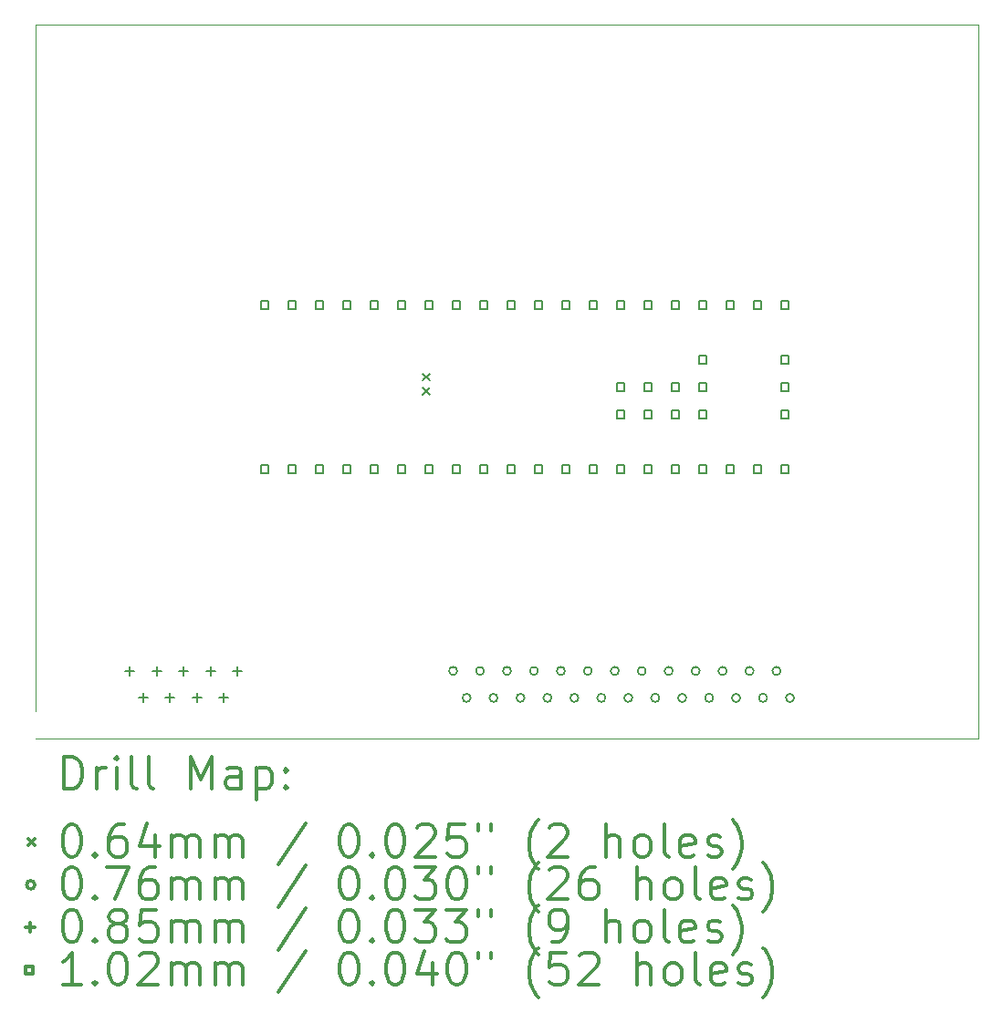
<source format=gbr>
%FSLAX45Y45*%
G04 Gerber Fmt 4.5, Leading zero omitted, Abs format (unit mm)*
G04 Created by KiCad (PCBNEW 4.0.2-4+6225~38~ubuntu14.04.1-stable) date lun 02 mag 2016 10:30:50 CEST*
%MOMM*%
G01*
G04 APERTURE LIST*
%ADD10C,0.127000*%
%ADD11C,0.100000*%
%ADD12C,0.200000*%
%ADD13C,0.300000*%
G04 APERTURE END LIST*
D10*
D11*
X18750000Y-12875000D02*
X10000000Y-12875000D01*
X18750000Y-6250000D02*
X10000000Y-6250000D01*
X18750000Y-12875000D02*
X18750000Y-6250000D01*
X10000000Y-6250000D02*
X10000000Y-12625000D01*
D12*
X13591850Y-9489810D02*
X13655350Y-9553310D01*
X13655350Y-9489810D02*
X13591850Y-9553310D01*
X13591850Y-9621890D02*
X13655350Y-9685390D01*
X13655350Y-9621890D02*
X13591850Y-9685390D01*
X13913100Y-12250000D02*
G75*
G03X13913100Y-12250000I-38100J0D01*
G01*
X14038100Y-12500000D02*
G75*
G03X14038100Y-12500000I-38100J0D01*
G01*
X14163100Y-12250000D02*
G75*
G03X14163100Y-12250000I-38100J0D01*
G01*
X14288100Y-12500000D02*
G75*
G03X14288100Y-12500000I-38100J0D01*
G01*
X14413100Y-12250000D02*
G75*
G03X14413100Y-12250000I-38100J0D01*
G01*
X14538100Y-12500000D02*
G75*
G03X14538100Y-12500000I-38100J0D01*
G01*
X14663100Y-12250000D02*
G75*
G03X14663100Y-12250000I-38100J0D01*
G01*
X14788100Y-12500000D02*
G75*
G03X14788100Y-12500000I-38100J0D01*
G01*
X14913100Y-12250000D02*
G75*
G03X14913100Y-12250000I-38100J0D01*
G01*
X15038100Y-12500000D02*
G75*
G03X15038100Y-12500000I-38100J0D01*
G01*
X15163100Y-12250000D02*
G75*
G03X15163100Y-12250000I-38100J0D01*
G01*
X15288100Y-12500000D02*
G75*
G03X15288100Y-12500000I-38100J0D01*
G01*
X15413100Y-12250000D02*
G75*
G03X15413100Y-12250000I-38100J0D01*
G01*
X15538100Y-12500000D02*
G75*
G03X15538100Y-12500000I-38100J0D01*
G01*
X15663100Y-12250000D02*
G75*
G03X15663100Y-12250000I-38100J0D01*
G01*
X15788100Y-12500000D02*
G75*
G03X15788100Y-12500000I-38100J0D01*
G01*
X15913100Y-12250000D02*
G75*
G03X15913100Y-12250000I-38100J0D01*
G01*
X16038100Y-12500000D02*
G75*
G03X16038100Y-12500000I-38100J0D01*
G01*
X16163100Y-12250000D02*
G75*
G03X16163100Y-12250000I-38100J0D01*
G01*
X16288100Y-12500000D02*
G75*
G03X16288100Y-12500000I-38100J0D01*
G01*
X16413100Y-12250000D02*
G75*
G03X16413100Y-12250000I-38100J0D01*
G01*
X16538100Y-12500000D02*
G75*
G03X16538100Y-12500000I-38100J0D01*
G01*
X16663100Y-12250000D02*
G75*
G03X16663100Y-12250000I-38100J0D01*
G01*
X16788100Y-12500000D02*
G75*
G03X16788100Y-12500000I-38100J0D01*
G01*
X16913100Y-12250000D02*
G75*
G03X16913100Y-12250000I-38100J0D01*
G01*
X17038100Y-12500000D02*
G75*
G03X17038100Y-12500000I-38100J0D01*
G01*
X10875000Y-12207500D02*
X10875000Y-12292500D01*
X10832500Y-12250000D02*
X10917500Y-12250000D01*
X11000000Y-12457500D02*
X11000000Y-12542500D01*
X10957500Y-12500000D02*
X11042500Y-12500000D01*
X11125000Y-12207500D02*
X11125000Y-12292500D01*
X11082500Y-12250000D02*
X11167500Y-12250000D01*
X11250000Y-12457500D02*
X11250000Y-12542500D01*
X11207500Y-12500000D02*
X11292500Y-12500000D01*
X11375000Y-12207500D02*
X11375000Y-12292500D01*
X11332500Y-12250000D02*
X11417500Y-12250000D01*
X11500000Y-12457500D02*
X11500000Y-12542500D01*
X11457500Y-12500000D02*
X11542500Y-12500000D01*
X11625000Y-12207500D02*
X11625000Y-12292500D01*
X11582500Y-12250000D02*
X11667500Y-12250000D01*
X11750000Y-12457500D02*
X11750000Y-12542500D01*
X11707500Y-12500000D02*
X11792500Y-12500000D01*
X11875000Y-12207500D02*
X11875000Y-12292500D01*
X11832500Y-12250000D02*
X11917500Y-12250000D01*
X12160921Y-8886921D02*
X12160921Y-8815079D01*
X12089079Y-8815079D01*
X12089079Y-8886921D01*
X12160921Y-8886921D01*
X12160921Y-10410921D02*
X12160921Y-10339079D01*
X12089079Y-10339079D01*
X12089079Y-10410921D01*
X12160921Y-10410921D01*
X12414921Y-8886921D02*
X12414921Y-8815079D01*
X12343079Y-8815079D01*
X12343079Y-8886921D01*
X12414921Y-8886921D01*
X12414921Y-10410921D02*
X12414921Y-10339079D01*
X12343079Y-10339079D01*
X12343079Y-10410921D01*
X12414921Y-10410921D01*
X12668921Y-8886921D02*
X12668921Y-8815079D01*
X12597079Y-8815079D01*
X12597079Y-8886921D01*
X12668921Y-8886921D01*
X12668921Y-10410921D02*
X12668921Y-10339079D01*
X12597079Y-10339079D01*
X12597079Y-10410921D01*
X12668921Y-10410921D01*
X12922921Y-8886921D02*
X12922921Y-8815079D01*
X12851079Y-8815079D01*
X12851079Y-8886921D01*
X12922921Y-8886921D01*
X12922921Y-10410921D02*
X12922921Y-10339079D01*
X12851079Y-10339079D01*
X12851079Y-10410921D01*
X12922921Y-10410921D01*
X13176921Y-8886921D02*
X13176921Y-8815079D01*
X13105079Y-8815079D01*
X13105079Y-8886921D01*
X13176921Y-8886921D01*
X13176921Y-10410921D02*
X13176921Y-10339079D01*
X13105079Y-10339079D01*
X13105079Y-10410921D01*
X13176921Y-10410921D01*
X13430921Y-8886921D02*
X13430921Y-8815079D01*
X13359079Y-8815079D01*
X13359079Y-8886921D01*
X13430921Y-8886921D01*
X13430921Y-10410921D02*
X13430921Y-10339079D01*
X13359079Y-10339079D01*
X13359079Y-10410921D01*
X13430921Y-10410921D01*
X13684921Y-8886921D02*
X13684921Y-8815079D01*
X13613079Y-8815079D01*
X13613079Y-8886921D01*
X13684921Y-8886921D01*
X13684921Y-10410921D02*
X13684921Y-10339079D01*
X13613079Y-10339079D01*
X13613079Y-10410921D01*
X13684921Y-10410921D01*
X13938921Y-8886921D02*
X13938921Y-8815079D01*
X13867079Y-8815079D01*
X13867079Y-8886921D01*
X13938921Y-8886921D01*
X13938921Y-10410921D02*
X13938921Y-10339079D01*
X13867079Y-10339079D01*
X13867079Y-10410921D01*
X13938921Y-10410921D01*
X14192921Y-8886921D02*
X14192921Y-8815079D01*
X14121079Y-8815079D01*
X14121079Y-8886921D01*
X14192921Y-8886921D01*
X14192921Y-10410921D02*
X14192921Y-10339079D01*
X14121079Y-10339079D01*
X14121079Y-10410921D01*
X14192921Y-10410921D01*
X14446921Y-8886921D02*
X14446921Y-8815079D01*
X14375079Y-8815079D01*
X14375079Y-8886921D01*
X14446921Y-8886921D01*
X14446921Y-10410921D02*
X14446921Y-10339079D01*
X14375079Y-10339079D01*
X14375079Y-10410921D01*
X14446921Y-10410921D01*
X14700921Y-8886921D02*
X14700921Y-8815079D01*
X14629079Y-8815079D01*
X14629079Y-8886921D01*
X14700921Y-8886921D01*
X14700921Y-10410921D02*
X14700921Y-10339079D01*
X14629079Y-10339079D01*
X14629079Y-10410921D01*
X14700921Y-10410921D01*
X14954921Y-8886921D02*
X14954921Y-8815079D01*
X14883079Y-8815079D01*
X14883079Y-8886921D01*
X14954921Y-8886921D01*
X14954921Y-10410921D02*
X14954921Y-10339079D01*
X14883079Y-10339079D01*
X14883079Y-10410921D01*
X14954921Y-10410921D01*
X15208921Y-8886921D02*
X15208921Y-8815079D01*
X15137079Y-8815079D01*
X15137079Y-8886921D01*
X15208921Y-8886921D01*
X15208921Y-10410921D02*
X15208921Y-10339079D01*
X15137079Y-10339079D01*
X15137079Y-10410921D01*
X15208921Y-10410921D01*
X15462921Y-8886921D02*
X15462921Y-8815079D01*
X15391079Y-8815079D01*
X15391079Y-8886921D01*
X15462921Y-8886921D01*
X15462921Y-9648921D02*
X15462921Y-9577079D01*
X15391079Y-9577079D01*
X15391079Y-9648921D01*
X15462921Y-9648921D01*
X15462921Y-9902921D02*
X15462921Y-9831079D01*
X15391079Y-9831079D01*
X15391079Y-9902921D01*
X15462921Y-9902921D01*
X15462921Y-10410921D02*
X15462921Y-10339079D01*
X15391079Y-10339079D01*
X15391079Y-10410921D01*
X15462921Y-10410921D01*
X15716921Y-8886921D02*
X15716921Y-8815079D01*
X15645079Y-8815079D01*
X15645079Y-8886921D01*
X15716921Y-8886921D01*
X15716921Y-9648921D02*
X15716921Y-9577079D01*
X15645079Y-9577079D01*
X15645079Y-9648921D01*
X15716921Y-9648921D01*
X15716921Y-9902921D02*
X15716921Y-9831079D01*
X15645079Y-9831079D01*
X15645079Y-9902921D01*
X15716921Y-9902921D01*
X15716921Y-10410921D02*
X15716921Y-10339079D01*
X15645079Y-10339079D01*
X15645079Y-10410921D01*
X15716921Y-10410921D01*
X15970921Y-8886921D02*
X15970921Y-8815079D01*
X15899079Y-8815079D01*
X15899079Y-8886921D01*
X15970921Y-8886921D01*
X15970921Y-9648921D02*
X15970921Y-9577079D01*
X15899079Y-9577079D01*
X15899079Y-9648921D01*
X15970921Y-9648921D01*
X15970921Y-9902921D02*
X15970921Y-9831079D01*
X15899079Y-9831079D01*
X15899079Y-9902921D01*
X15970921Y-9902921D01*
X15970921Y-10410921D02*
X15970921Y-10339079D01*
X15899079Y-10339079D01*
X15899079Y-10410921D01*
X15970921Y-10410921D01*
X16224921Y-8886921D02*
X16224921Y-8815079D01*
X16153079Y-8815079D01*
X16153079Y-8886921D01*
X16224921Y-8886921D01*
X16224921Y-9394921D02*
X16224921Y-9323079D01*
X16153079Y-9323079D01*
X16153079Y-9394921D01*
X16224921Y-9394921D01*
X16224921Y-9648921D02*
X16224921Y-9577079D01*
X16153079Y-9577079D01*
X16153079Y-9648921D01*
X16224921Y-9648921D01*
X16224921Y-9902921D02*
X16224921Y-9831079D01*
X16153079Y-9831079D01*
X16153079Y-9902921D01*
X16224921Y-9902921D01*
X16224921Y-10410921D02*
X16224921Y-10339079D01*
X16153079Y-10339079D01*
X16153079Y-10410921D01*
X16224921Y-10410921D01*
X16478921Y-8886921D02*
X16478921Y-8815079D01*
X16407079Y-8815079D01*
X16407079Y-8886921D01*
X16478921Y-8886921D01*
X16478921Y-10410921D02*
X16478921Y-10339079D01*
X16407079Y-10339079D01*
X16407079Y-10410921D01*
X16478921Y-10410921D01*
X16732921Y-8886921D02*
X16732921Y-8815079D01*
X16661079Y-8815079D01*
X16661079Y-8886921D01*
X16732921Y-8886921D01*
X16732921Y-10410921D02*
X16732921Y-10339079D01*
X16661079Y-10339079D01*
X16661079Y-10410921D01*
X16732921Y-10410921D01*
X16986921Y-8886921D02*
X16986921Y-8815079D01*
X16915079Y-8815079D01*
X16915079Y-8886921D01*
X16986921Y-8886921D01*
X16986921Y-9394921D02*
X16986921Y-9323079D01*
X16915079Y-9323079D01*
X16915079Y-9394921D01*
X16986921Y-9394921D01*
X16986921Y-9648921D02*
X16986921Y-9577079D01*
X16915079Y-9577079D01*
X16915079Y-9648921D01*
X16986921Y-9648921D01*
X16986921Y-9902921D02*
X16986921Y-9831079D01*
X16915079Y-9831079D01*
X16915079Y-9902921D01*
X16986921Y-9902921D01*
X16986921Y-10410921D02*
X16986921Y-10339079D01*
X16915079Y-10339079D01*
X16915079Y-10410921D01*
X16986921Y-10410921D01*
D13*
X10266429Y-13345714D02*
X10266429Y-13045714D01*
X10337857Y-13045714D01*
X10380714Y-13060000D01*
X10409286Y-13088571D01*
X10423571Y-13117143D01*
X10437857Y-13174286D01*
X10437857Y-13217143D01*
X10423571Y-13274286D01*
X10409286Y-13302857D01*
X10380714Y-13331429D01*
X10337857Y-13345714D01*
X10266429Y-13345714D01*
X10566429Y-13345714D02*
X10566429Y-13145714D01*
X10566429Y-13202857D02*
X10580714Y-13174286D01*
X10595000Y-13160000D01*
X10623571Y-13145714D01*
X10652143Y-13145714D01*
X10752143Y-13345714D02*
X10752143Y-13145714D01*
X10752143Y-13045714D02*
X10737857Y-13060000D01*
X10752143Y-13074286D01*
X10766429Y-13060000D01*
X10752143Y-13045714D01*
X10752143Y-13074286D01*
X10937857Y-13345714D02*
X10909286Y-13331429D01*
X10895000Y-13302857D01*
X10895000Y-13045714D01*
X11095000Y-13345714D02*
X11066429Y-13331429D01*
X11052143Y-13302857D01*
X11052143Y-13045714D01*
X11437857Y-13345714D02*
X11437857Y-13045714D01*
X11537857Y-13260000D01*
X11637857Y-13045714D01*
X11637857Y-13345714D01*
X11909286Y-13345714D02*
X11909286Y-13188571D01*
X11895000Y-13160000D01*
X11866428Y-13145714D01*
X11809286Y-13145714D01*
X11780714Y-13160000D01*
X11909286Y-13331429D02*
X11880714Y-13345714D01*
X11809286Y-13345714D01*
X11780714Y-13331429D01*
X11766428Y-13302857D01*
X11766428Y-13274286D01*
X11780714Y-13245714D01*
X11809286Y-13231429D01*
X11880714Y-13231429D01*
X11909286Y-13217143D01*
X12052143Y-13145714D02*
X12052143Y-13445714D01*
X12052143Y-13160000D02*
X12080714Y-13145714D01*
X12137857Y-13145714D01*
X12166428Y-13160000D01*
X12180714Y-13174286D01*
X12195000Y-13202857D01*
X12195000Y-13288571D01*
X12180714Y-13317143D01*
X12166428Y-13331429D01*
X12137857Y-13345714D01*
X12080714Y-13345714D01*
X12052143Y-13331429D01*
X12323571Y-13317143D02*
X12337857Y-13331429D01*
X12323571Y-13345714D01*
X12309286Y-13331429D01*
X12323571Y-13317143D01*
X12323571Y-13345714D01*
X12323571Y-13160000D02*
X12337857Y-13174286D01*
X12323571Y-13188571D01*
X12309286Y-13174286D01*
X12323571Y-13160000D01*
X12323571Y-13188571D01*
X9931500Y-13808250D02*
X9995000Y-13871750D01*
X9995000Y-13808250D02*
X9931500Y-13871750D01*
X10323571Y-13675714D02*
X10352143Y-13675714D01*
X10380714Y-13690000D01*
X10395000Y-13704286D01*
X10409286Y-13732857D01*
X10423571Y-13790000D01*
X10423571Y-13861429D01*
X10409286Y-13918571D01*
X10395000Y-13947143D01*
X10380714Y-13961429D01*
X10352143Y-13975714D01*
X10323571Y-13975714D01*
X10295000Y-13961429D01*
X10280714Y-13947143D01*
X10266429Y-13918571D01*
X10252143Y-13861429D01*
X10252143Y-13790000D01*
X10266429Y-13732857D01*
X10280714Y-13704286D01*
X10295000Y-13690000D01*
X10323571Y-13675714D01*
X10552143Y-13947143D02*
X10566429Y-13961429D01*
X10552143Y-13975714D01*
X10537857Y-13961429D01*
X10552143Y-13947143D01*
X10552143Y-13975714D01*
X10823571Y-13675714D02*
X10766428Y-13675714D01*
X10737857Y-13690000D01*
X10723571Y-13704286D01*
X10695000Y-13747143D01*
X10680714Y-13804286D01*
X10680714Y-13918571D01*
X10695000Y-13947143D01*
X10709286Y-13961429D01*
X10737857Y-13975714D01*
X10795000Y-13975714D01*
X10823571Y-13961429D01*
X10837857Y-13947143D01*
X10852143Y-13918571D01*
X10852143Y-13847143D01*
X10837857Y-13818571D01*
X10823571Y-13804286D01*
X10795000Y-13790000D01*
X10737857Y-13790000D01*
X10709286Y-13804286D01*
X10695000Y-13818571D01*
X10680714Y-13847143D01*
X11109286Y-13775714D02*
X11109286Y-13975714D01*
X11037857Y-13661429D02*
X10966429Y-13875714D01*
X11152143Y-13875714D01*
X11266428Y-13975714D02*
X11266428Y-13775714D01*
X11266428Y-13804286D02*
X11280714Y-13790000D01*
X11309286Y-13775714D01*
X11352143Y-13775714D01*
X11380714Y-13790000D01*
X11395000Y-13818571D01*
X11395000Y-13975714D01*
X11395000Y-13818571D02*
X11409286Y-13790000D01*
X11437857Y-13775714D01*
X11480714Y-13775714D01*
X11509286Y-13790000D01*
X11523571Y-13818571D01*
X11523571Y-13975714D01*
X11666428Y-13975714D02*
X11666428Y-13775714D01*
X11666428Y-13804286D02*
X11680714Y-13790000D01*
X11709286Y-13775714D01*
X11752143Y-13775714D01*
X11780714Y-13790000D01*
X11795000Y-13818571D01*
X11795000Y-13975714D01*
X11795000Y-13818571D02*
X11809286Y-13790000D01*
X11837857Y-13775714D01*
X11880714Y-13775714D01*
X11909286Y-13790000D01*
X11923571Y-13818571D01*
X11923571Y-13975714D01*
X12509286Y-13661429D02*
X12252143Y-14047143D01*
X12895000Y-13675714D02*
X12923571Y-13675714D01*
X12952143Y-13690000D01*
X12966428Y-13704286D01*
X12980714Y-13732857D01*
X12995000Y-13790000D01*
X12995000Y-13861429D01*
X12980714Y-13918571D01*
X12966428Y-13947143D01*
X12952143Y-13961429D01*
X12923571Y-13975714D01*
X12895000Y-13975714D01*
X12866428Y-13961429D01*
X12852143Y-13947143D01*
X12837857Y-13918571D01*
X12823571Y-13861429D01*
X12823571Y-13790000D01*
X12837857Y-13732857D01*
X12852143Y-13704286D01*
X12866428Y-13690000D01*
X12895000Y-13675714D01*
X13123571Y-13947143D02*
X13137857Y-13961429D01*
X13123571Y-13975714D01*
X13109286Y-13961429D01*
X13123571Y-13947143D01*
X13123571Y-13975714D01*
X13323571Y-13675714D02*
X13352143Y-13675714D01*
X13380714Y-13690000D01*
X13395000Y-13704286D01*
X13409285Y-13732857D01*
X13423571Y-13790000D01*
X13423571Y-13861429D01*
X13409285Y-13918571D01*
X13395000Y-13947143D01*
X13380714Y-13961429D01*
X13352143Y-13975714D01*
X13323571Y-13975714D01*
X13295000Y-13961429D01*
X13280714Y-13947143D01*
X13266428Y-13918571D01*
X13252143Y-13861429D01*
X13252143Y-13790000D01*
X13266428Y-13732857D01*
X13280714Y-13704286D01*
X13295000Y-13690000D01*
X13323571Y-13675714D01*
X13537857Y-13704286D02*
X13552143Y-13690000D01*
X13580714Y-13675714D01*
X13652143Y-13675714D01*
X13680714Y-13690000D01*
X13695000Y-13704286D01*
X13709285Y-13732857D01*
X13709285Y-13761429D01*
X13695000Y-13804286D01*
X13523571Y-13975714D01*
X13709285Y-13975714D01*
X13980714Y-13675714D02*
X13837857Y-13675714D01*
X13823571Y-13818571D01*
X13837857Y-13804286D01*
X13866428Y-13790000D01*
X13937857Y-13790000D01*
X13966428Y-13804286D01*
X13980714Y-13818571D01*
X13995000Y-13847143D01*
X13995000Y-13918571D01*
X13980714Y-13947143D01*
X13966428Y-13961429D01*
X13937857Y-13975714D01*
X13866428Y-13975714D01*
X13837857Y-13961429D01*
X13823571Y-13947143D01*
X14109286Y-13675714D02*
X14109286Y-13732857D01*
X14223571Y-13675714D02*
X14223571Y-13732857D01*
X14666428Y-14090000D02*
X14652143Y-14075714D01*
X14623571Y-14032857D01*
X14609285Y-14004286D01*
X14595000Y-13961429D01*
X14580714Y-13890000D01*
X14580714Y-13832857D01*
X14595000Y-13761429D01*
X14609285Y-13718571D01*
X14623571Y-13690000D01*
X14652143Y-13647143D01*
X14666428Y-13632857D01*
X14766428Y-13704286D02*
X14780714Y-13690000D01*
X14809285Y-13675714D01*
X14880714Y-13675714D01*
X14909285Y-13690000D01*
X14923571Y-13704286D01*
X14937857Y-13732857D01*
X14937857Y-13761429D01*
X14923571Y-13804286D01*
X14752143Y-13975714D01*
X14937857Y-13975714D01*
X15295000Y-13975714D02*
X15295000Y-13675714D01*
X15423571Y-13975714D02*
X15423571Y-13818571D01*
X15409285Y-13790000D01*
X15380714Y-13775714D01*
X15337857Y-13775714D01*
X15309285Y-13790000D01*
X15295000Y-13804286D01*
X15609285Y-13975714D02*
X15580714Y-13961429D01*
X15566428Y-13947143D01*
X15552143Y-13918571D01*
X15552143Y-13832857D01*
X15566428Y-13804286D01*
X15580714Y-13790000D01*
X15609285Y-13775714D01*
X15652143Y-13775714D01*
X15680714Y-13790000D01*
X15695000Y-13804286D01*
X15709285Y-13832857D01*
X15709285Y-13918571D01*
X15695000Y-13947143D01*
X15680714Y-13961429D01*
X15652143Y-13975714D01*
X15609285Y-13975714D01*
X15880714Y-13975714D02*
X15852143Y-13961429D01*
X15837857Y-13932857D01*
X15837857Y-13675714D01*
X16109286Y-13961429D02*
X16080714Y-13975714D01*
X16023571Y-13975714D01*
X15995000Y-13961429D01*
X15980714Y-13932857D01*
X15980714Y-13818571D01*
X15995000Y-13790000D01*
X16023571Y-13775714D01*
X16080714Y-13775714D01*
X16109286Y-13790000D01*
X16123571Y-13818571D01*
X16123571Y-13847143D01*
X15980714Y-13875714D01*
X16237857Y-13961429D02*
X16266428Y-13975714D01*
X16323571Y-13975714D01*
X16352143Y-13961429D01*
X16366428Y-13932857D01*
X16366428Y-13918571D01*
X16352143Y-13890000D01*
X16323571Y-13875714D01*
X16280714Y-13875714D01*
X16252143Y-13861429D01*
X16237857Y-13832857D01*
X16237857Y-13818571D01*
X16252143Y-13790000D01*
X16280714Y-13775714D01*
X16323571Y-13775714D01*
X16352143Y-13790000D01*
X16466428Y-14090000D02*
X16480714Y-14075714D01*
X16509286Y-14032857D01*
X16523571Y-14004286D01*
X16537857Y-13961429D01*
X16552143Y-13890000D01*
X16552143Y-13832857D01*
X16537857Y-13761429D01*
X16523571Y-13718571D01*
X16509286Y-13690000D01*
X16480714Y-13647143D01*
X16466428Y-13632857D01*
X9995000Y-14236000D02*
G75*
G03X9995000Y-14236000I-38100J0D01*
G01*
X10323571Y-14071714D02*
X10352143Y-14071714D01*
X10380714Y-14086000D01*
X10395000Y-14100286D01*
X10409286Y-14128857D01*
X10423571Y-14186000D01*
X10423571Y-14257429D01*
X10409286Y-14314571D01*
X10395000Y-14343143D01*
X10380714Y-14357429D01*
X10352143Y-14371714D01*
X10323571Y-14371714D01*
X10295000Y-14357429D01*
X10280714Y-14343143D01*
X10266429Y-14314571D01*
X10252143Y-14257429D01*
X10252143Y-14186000D01*
X10266429Y-14128857D01*
X10280714Y-14100286D01*
X10295000Y-14086000D01*
X10323571Y-14071714D01*
X10552143Y-14343143D02*
X10566429Y-14357429D01*
X10552143Y-14371714D01*
X10537857Y-14357429D01*
X10552143Y-14343143D01*
X10552143Y-14371714D01*
X10666428Y-14071714D02*
X10866428Y-14071714D01*
X10737857Y-14371714D01*
X11109286Y-14071714D02*
X11052143Y-14071714D01*
X11023571Y-14086000D01*
X11009286Y-14100286D01*
X10980714Y-14143143D01*
X10966429Y-14200286D01*
X10966429Y-14314571D01*
X10980714Y-14343143D01*
X10995000Y-14357429D01*
X11023571Y-14371714D01*
X11080714Y-14371714D01*
X11109286Y-14357429D01*
X11123571Y-14343143D01*
X11137857Y-14314571D01*
X11137857Y-14243143D01*
X11123571Y-14214571D01*
X11109286Y-14200286D01*
X11080714Y-14186000D01*
X11023571Y-14186000D01*
X10995000Y-14200286D01*
X10980714Y-14214571D01*
X10966429Y-14243143D01*
X11266428Y-14371714D02*
X11266428Y-14171714D01*
X11266428Y-14200286D02*
X11280714Y-14186000D01*
X11309286Y-14171714D01*
X11352143Y-14171714D01*
X11380714Y-14186000D01*
X11395000Y-14214571D01*
X11395000Y-14371714D01*
X11395000Y-14214571D02*
X11409286Y-14186000D01*
X11437857Y-14171714D01*
X11480714Y-14171714D01*
X11509286Y-14186000D01*
X11523571Y-14214571D01*
X11523571Y-14371714D01*
X11666428Y-14371714D02*
X11666428Y-14171714D01*
X11666428Y-14200286D02*
X11680714Y-14186000D01*
X11709286Y-14171714D01*
X11752143Y-14171714D01*
X11780714Y-14186000D01*
X11795000Y-14214571D01*
X11795000Y-14371714D01*
X11795000Y-14214571D02*
X11809286Y-14186000D01*
X11837857Y-14171714D01*
X11880714Y-14171714D01*
X11909286Y-14186000D01*
X11923571Y-14214571D01*
X11923571Y-14371714D01*
X12509286Y-14057429D02*
X12252143Y-14443143D01*
X12895000Y-14071714D02*
X12923571Y-14071714D01*
X12952143Y-14086000D01*
X12966428Y-14100286D01*
X12980714Y-14128857D01*
X12995000Y-14186000D01*
X12995000Y-14257429D01*
X12980714Y-14314571D01*
X12966428Y-14343143D01*
X12952143Y-14357429D01*
X12923571Y-14371714D01*
X12895000Y-14371714D01*
X12866428Y-14357429D01*
X12852143Y-14343143D01*
X12837857Y-14314571D01*
X12823571Y-14257429D01*
X12823571Y-14186000D01*
X12837857Y-14128857D01*
X12852143Y-14100286D01*
X12866428Y-14086000D01*
X12895000Y-14071714D01*
X13123571Y-14343143D02*
X13137857Y-14357429D01*
X13123571Y-14371714D01*
X13109286Y-14357429D01*
X13123571Y-14343143D01*
X13123571Y-14371714D01*
X13323571Y-14071714D02*
X13352143Y-14071714D01*
X13380714Y-14086000D01*
X13395000Y-14100286D01*
X13409285Y-14128857D01*
X13423571Y-14186000D01*
X13423571Y-14257429D01*
X13409285Y-14314571D01*
X13395000Y-14343143D01*
X13380714Y-14357429D01*
X13352143Y-14371714D01*
X13323571Y-14371714D01*
X13295000Y-14357429D01*
X13280714Y-14343143D01*
X13266428Y-14314571D01*
X13252143Y-14257429D01*
X13252143Y-14186000D01*
X13266428Y-14128857D01*
X13280714Y-14100286D01*
X13295000Y-14086000D01*
X13323571Y-14071714D01*
X13523571Y-14071714D02*
X13709285Y-14071714D01*
X13609285Y-14186000D01*
X13652143Y-14186000D01*
X13680714Y-14200286D01*
X13695000Y-14214571D01*
X13709285Y-14243143D01*
X13709285Y-14314571D01*
X13695000Y-14343143D01*
X13680714Y-14357429D01*
X13652143Y-14371714D01*
X13566428Y-14371714D01*
X13537857Y-14357429D01*
X13523571Y-14343143D01*
X13895000Y-14071714D02*
X13923571Y-14071714D01*
X13952143Y-14086000D01*
X13966428Y-14100286D01*
X13980714Y-14128857D01*
X13995000Y-14186000D01*
X13995000Y-14257429D01*
X13980714Y-14314571D01*
X13966428Y-14343143D01*
X13952143Y-14357429D01*
X13923571Y-14371714D01*
X13895000Y-14371714D01*
X13866428Y-14357429D01*
X13852143Y-14343143D01*
X13837857Y-14314571D01*
X13823571Y-14257429D01*
X13823571Y-14186000D01*
X13837857Y-14128857D01*
X13852143Y-14100286D01*
X13866428Y-14086000D01*
X13895000Y-14071714D01*
X14109286Y-14071714D02*
X14109286Y-14128857D01*
X14223571Y-14071714D02*
X14223571Y-14128857D01*
X14666428Y-14486000D02*
X14652143Y-14471714D01*
X14623571Y-14428857D01*
X14609285Y-14400286D01*
X14595000Y-14357429D01*
X14580714Y-14286000D01*
X14580714Y-14228857D01*
X14595000Y-14157429D01*
X14609285Y-14114571D01*
X14623571Y-14086000D01*
X14652143Y-14043143D01*
X14666428Y-14028857D01*
X14766428Y-14100286D02*
X14780714Y-14086000D01*
X14809285Y-14071714D01*
X14880714Y-14071714D01*
X14909285Y-14086000D01*
X14923571Y-14100286D01*
X14937857Y-14128857D01*
X14937857Y-14157429D01*
X14923571Y-14200286D01*
X14752143Y-14371714D01*
X14937857Y-14371714D01*
X15195000Y-14071714D02*
X15137857Y-14071714D01*
X15109285Y-14086000D01*
X15095000Y-14100286D01*
X15066428Y-14143143D01*
X15052143Y-14200286D01*
X15052143Y-14314571D01*
X15066428Y-14343143D01*
X15080714Y-14357429D01*
X15109285Y-14371714D01*
X15166428Y-14371714D01*
X15195000Y-14357429D01*
X15209285Y-14343143D01*
X15223571Y-14314571D01*
X15223571Y-14243143D01*
X15209285Y-14214571D01*
X15195000Y-14200286D01*
X15166428Y-14186000D01*
X15109285Y-14186000D01*
X15080714Y-14200286D01*
X15066428Y-14214571D01*
X15052143Y-14243143D01*
X15580714Y-14371714D02*
X15580714Y-14071714D01*
X15709285Y-14371714D02*
X15709285Y-14214571D01*
X15695000Y-14186000D01*
X15666428Y-14171714D01*
X15623571Y-14171714D01*
X15595000Y-14186000D01*
X15580714Y-14200286D01*
X15895000Y-14371714D02*
X15866428Y-14357429D01*
X15852143Y-14343143D01*
X15837857Y-14314571D01*
X15837857Y-14228857D01*
X15852143Y-14200286D01*
X15866428Y-14186000D01*
X15895000Y-14171714D01*
X15937857Y-14171714D01*
X15966428Y-14186000D01*
X15980714Y-14200286D01*
X15995000Y-14228857D01*
X15995000Y-14314571D01*
X15980714Y-14343143D01*
X15966428Y-14357429D01*
X15937857Y-14371714D01*
X15895000Y-14371714D01*
X16166428Y-14371714D02*
X16137857Y-14357429D01*
X16123571Y-14328857D01*
X16123571Y-14071714D01*
X16395000Y-14357429D02*
X16366428Y-14371714D01*
X16309286Y-14371714D01*
X16280714Y-14357429D01*
X16266428Y-14328857D01*
X16266428Y-14214571D01*
X16280714Y-14186000D01*
X16309286Y-14171714D01*
X16366428Y-14171714D01*
X16395000Y-14186000D01*
X16409286Y-14214571D01*
X16409286Y-14243143D01*
X16266428Y-14271714D01*
X16523571Y-14357429D02*
X16552143Y-14371714D01*
X16609286Y-14371714D01*
X16637857Y-14357429D01*
X16652143Y-14328857D01*
X16652143Y-14314571D01*
X16637857Y-14286000D01*
X16609286Y-14271714D01*
X16566428Y-14271714D01*
X16537857Y-14257429D01*
X16523571Y-14228857D01*
X16523571Y-14214571D01*
X16537857Y-14186000D01*
X16566428Y-14171714D01*
X16609286Y-14171714D01*
X16637857Y-14186000D01*
X16752143Y-14486000D02*
X16766428Y-14471714D01*
X16795000Y-14428857D01*
X16809286Y-14400286D01*
X16823571Y-14357429D01*
X16837857Y-14286000D01*
X16837857Y-14228857D01*
X16823571Y-14157429D01*
X16809286Y-14114571D01*
X16795000Y-14086000D01*
X16766428Y-14043143D01*
X16752143Y-14028857D01*
X9952500Y-14589500D02*
X9952500Y-14674500D01*
X9910000Y-14632000D02*
X9995000Y-14632000D01*
X10323571Y-14467714D02*
X10352143Y-14467714D01*
X10380714Y-14482000D01*
X10395000Y-14496286D01*
X10409286Y-14524857D01*
X10423571Y-14582000D01*
X10423571Y-14653429D01*
X10409286Y-14710571D01*
X10395000Y-14739143D01*
X10380714Y-14753429D01*
X10352143Y-14767714D01*
X10323571Y-14767714D01*
X10295000Y-14753429D01*
X10280714Y-14739143D01*
X10266429Y-14710571D01*
X10252143Y-14653429D01*
X10252143Y-14582000D01*
X10266429Y-14524857D01*
X10280714Y-14496286D01*
X10295000Y-14482000D01*
X10323571Y-14467714D01*
X10552143Y-14739143D02*
X10566429Y-14753429D01*
X10552143Y-14767714D01*
X10537857Y-14753429D01*
X10552143Y-14739143D01*
X10552143Y-14767714D01*
X10737857Y-14596286D02*
X10709286Y-14582000D01*
X10695000Y-14567714D01*
X10680714Y-14539143D01*
X10680714Y-14524857D01*
X10695000Y-14496286D01*
X10709286Y-14482000D01*
X10737857Y-14467714D01*
X10795000Y-14467714D01*
X10823571Y-14482000D01*
X10837857Y-14496286D01*
X10852143Y-14524857D01*
X10852143Y-14539143D01*
X10837857Y-14567714D01*
X10823571Y-14582000D01*
X10795000Y-14596286D01*
X10737857Y-14596286D01*
X10709286Y-14610571D01*
X10695000Y-14624857D01*
X10680714Y-14653429D01*
X10680714Y-14710571D01*
X10695000Y-14739143D01*
X10709286Y-14753429D01*
X10737857Y-14767714D01*
X10795000Y-14767714D01*
X10823571Y-14753429D01*
X10837857Y-14739143D01*
X10852143Y-14710571D01*
X10852143Y-14653429D01*
X10837857Y-14624857D01*
X10823571Y-14610571D01*
X10795000Y-14596286D01*
X11123571Y-14467714D02*
X10980714Y-14467714D01*
X10966429Y-14610571D01*
X10980714Y-14596286D01*
X11009286Y-14582000D01*
X11080714Y-14582000D01*
X11109286Y-14596286D01*
X11123571Y-14610571D01*
X11137857Y-14639143D01*
X11137857Y-14710571D01*
X11123571Y-14739143D01*
X11109286Y-14753429D01*
X11080714Y-14767714D01*
X11009286Y-14767714D01*
X10980714Y-14753429D01*
X10966429Y-14739143D01*
X11266428Y-14767714D02*
X11266428Y-14567714D01*
X11266428Y-14596286D02*
X11280714Y-14582000D01*
X11309286Y-14567714D01*
X11352143Y-14567714D01*
X11380714Y-14582000D01*
X11395000Y-14610571D01*
X11395000Y-14767714D01*
X11395000Y-14610571D02*
X11409286Y-14582000D01*
X11437857Y-14567714D01*
X11480714Y-14567714D01*
X11509286Y-14582000D01*
X11523571Y-14610571D01*
X11523571Y-14767714D01*
X11666428Y-14767714D02*
X11666428Y-14567714D01*
X11666428Y-14596286D02*
X11680714Y-14582000D01*
X11709286Y-14567714D01*
X11752143Y-14567714D01*
X11780714Y-14582000D01*
X11795000Y-14610571D01*
X11795000Y-14767714D01*
X11795000Y-14610571D02*
X11809286Y-14582000D01*
X11837857Y-14567714D01*
X11880714Y-14567714D01*
X11909286Y-14582000D01*
X11923571Y-14610571D01*
X11923571Y-14767714D01*
X12509286Y-14453429D02*
X12252143Y-14839143D01*
X12895000Y-14467714D02*
X12923571Y-14467714D01*
X12952143Y-14482000D01*
X12966428Y-14496286D01*
X12980714Y-14524857D01*
X12995000Y-14582000D01*
X12995000Y-14653429D01*
X12980714Y-14710571D01*
X12966428Y-14739143D01*
X12952143Y-14753429D01*
X12923571Y-14767714D01*
X12895000Y-14767714D01*
X12866428Y-14753429D01*
X12852143Y-14739143D01*
X12837857Y-14710571D01*
X12823571Y-14653429D01*
X12823571Y-14582000D01*
X12837857Y-14524857D01*
X12852143Y-14496286D01*
X12866428Y-14482000D01*
X12895000Y-14467714D01*
X13123571Y-14739143D02*
X13137857Y-14753429D01*
X13123571Y-14767714D01*
X13109286Y-14753429D01*
X13123571Y-14739143D01*
X13123571Y-14767714D01*
X13323571Y-14467714D02*
X13352143Y-14467714D01*
X13380714Y-14482000D01*
X13395000Y-14496286D01*
X13409285Y-14524857D01*
X13423571Y-14582000D01*
X13423571Y-14653429D01*
X13409285Y-14710571D01*
X13395000Y-14739143D01*
X13380714Y-14753429D01*
X13352143Y-14767714D01*
X13323571Y-14767714D01*
X13295000Y-14753429D01*
X13280714Y-14739143D01*
X13266428Y-14710571D01*
X13252143Y-14653429D01*
X13252143Y-14582000D01*
X13266428Y-14524857D01*
X13280714Y-14496286D01*
X13295000Y-14482000D01*
X13323571Y-14467714D01*
X13523571Y-14467714D02*
X13709285Y-14467714D01*
X13609285Y-14582000D01*
X13652143Y-14582000D01*
X13680714Y-14596286D01*
X13695000Y-14610571D01*
X13709285Y-14639143D01*
X13709285Y-14710571D01*
X13695000Y-14739143D01*
X13680714Y-14753429D01*
X13652143Y-14767714D01*
X13566428Y-14767714D01*
X13537857Y-14753429D01*
X13523571Y-14739143D01*
X13809285Y-14467714D02*
X13995000Y-14467714D01*
X13895000Y-14582000D01*
X13937857Y-14582000D01*
X13966428Y-14596286D01*
X13980714Y-14610571D01*
X13995000Y-14639143D01*
X13995000Y-14710571D01*
X13980714Y-14739143D01*
X13966428Y-14753429D01*
X13937857Y-14767714D01*
X13852143Y-14767714D01*
X13823571Y-14753429D01*
X13809285Y-14739143D01*
X14109286Y-14467714D02*
X14109286Y-14524857D01*
X14223571Y-14467714D02*
X14223571Y-14524857D01*
X14666428Y-14882000D02*
X14652143Y-14867714D01*
X14623571Y-14824857D01*
X14609285Y-14796286D01*
X14595000Y-14753429D01*
X14580714Y-14682000D01*
X14580714Y-14624857D01*
X14595000Y-14553429D01*
X14609285Y-14510571D01*
X14623571Y-14482000D01*
X14652143Y-14439143D01*
X14666428Y-14424857D01*
X14795000Y-14767714D02*
X14852143Y-14767714D01*
X14880714Y-14753429D01*
X14895000Y-14739143D01*
X14923571Y-14696286D01*
X14937857Y-14639143D01*
X14937857Y-14524857D01*
X14923571Y-14496286D01*
X14909285Y-14482000D01*
X14880714Y-14467714D01*
X14823571Y-14467714D01*
X14795000Y-14482000D01*
X14780714Y-14496286D01*
X14766428Y-14524857D01*
X14766428Y-14596286D01*
X14780714Y-14624857D01*
X14795000Y-14639143D01*
X14823571Y-14653429D01*
X14880714Y-14653429D01*
X14909285Y-14639143D01*
X14923571Y-14624857D01*
X14937857Y-14596286D01*
X15295000Y-14767714D02*
X15295000Y-14467714D01*
X15423571Y-14767714D02*
X15423571Y-14610571D01*
X15409285Y-14582000D01*
X15380714Y-14567714D01*
X15337857Y-14567714D01*
X15309285Y-14582000D01*
X15295000Y-14596286D01*
X15609285Y-14767714D02*
X15580714Y-14753429D01*
X15566428Y-14739143D01*
X15552143Y-14710571D01*
X15552143Y-14624857D01*
X15566428Y-14596286D01*
X15580714Y-14582000D01*
X15609285Y-14567714D01*
X15652143Y-14567714D01*
X15680714Y-14582000D01*
X15695000Y-14596286D01*
X15709285Y-14624857D01*
X15709285Y-14710571D01*
X15695000Y-14739143D01*
X15680714Y-14753429D01*
X15652143Y-14767714D01*
X15609285Y-14767714D01*
X15880714Y-14767714D02*
X15852143Y-14753429D01*
X15837857Y-14724857D01*
X15837857Y-14467714D01*
X16109286Y-14753429D02*
X16080714Y-14767714D01*
X16023571Y-14767714D01*
X15995000Y-14753429D01*
X15980714Y-14724857D01*
X15980714Y-14610571D01*
X15995000Y-14582000D01*
X16023571Y-14567714D01*
X16080714Y-14567714D01*
X16109286Y-14582000D01*
X16123571Y-14610571D01*
X16123571Y-14639143D01*
X15980714Y-14667714D01*
X16237857Y-14753429D02*
X16266428Y-14767714D01*
X16323571Y-14767714D01*
X16352143Y-14753429D01*
X16366428Y-14724857D01*
X16366428Y-14710571D01*
X16352143Y-14682000D01*
X16323571Y-14667714D01*
X16280714Y-14667714D01*
X16252143Y-14653429D01*
X16237857Y-14624857D01*
X16237857Y-14610571D01*
X16252143Y-14582000D01*
X16280714Y-14567714D01*
X16323571Y-14567714D01*
X16352143Y-14582000D01*
X16466428Y-14882000D02*
X16480714Y-14867714D01*
X16509286Y-14824857D01*
X16523571Y-14796286D01*
X16537857Y-14753429D01*
X16552143Y-14682000D01*
X16552143Y-14624857D01*
X16537857Y-14553429D01*
X16523571Y-14510571D01*
X16509286Y-14482000D01*
X16480714Y-14439143D01*
X16466428Y-14424857D01*
X9980121Y-15063921D02*
X9980121Y-14992079D01*
X9908279Y-14992079D01*
X9908279Y-15063921D01*
X9980121Y-15063921D01*
X10423571Y-15163714D02*
X10252143Y-15163714D01*
X10337857Y-15163714D02*
X10337857Y-14863714D01*
X10309286Y-14906571D01*
X10280714Y-14935143D01*
X10252143Y-14949429D01*
X10552143Y-15135143D02*
X10566429Y-15149429D01*
X10552143Y-15163714D01*
X10537857Y-15149429D01*
X10552143Y-15135143D01*
X10552143Y-15163714D01*
X10752143Y-14863714D02*
X10780714Y-14863714D01*
X10809286Y-14878000D01*
X10823571Y-14892286D01*
X10837857Y-14920857D01*
X10852143Y-14978000D01*
X10852143Y-15049429D01*
X10837857Y-15106571D01*
X10823571Y-15135143D01*
X10809286Y-15149429D01*
X10780714Y-15163714D01*
X10752143Y-15163714D01*
X10723571Y-15149429D01*
X10709286Y-15135143D01*
X10695000Y-15106571D01*
X10680714Y-15049429D01*
X10680714Y-14978000D01*
X10695000Y-14920857D01*
X10709286Y-14892286D01*
X10723571Y-14878000D01*
X10752143Y-14863714D01*
X10966429Y-14892286D02*
X10980714Y-14878000D01*
X11009286Y-14863714D01*
X11080714Y-14863714D01*
X11109286Y-14878000D01*
X11123571Y-14892286D01*
X11137857Y-14920857D01*
X11137857Y-14949429D01*
X11123571Y-14992286D01*
X10952143Y-15163714D01*
X11137857Y-15163714D01*
X11266428Y-15163714D02*
X11266428Y-14963714D01*
X11266428Y-14992286D02*
X11280714Y-14978000D01*
X11309286Y-14963714D01*
X11352143Y-14963714D01*
X11380714Y-14978000D01*
X11395000Y-15006571D01*
X11395000Y-15163714D01*
X11395000Y-15006571D02*
X11409286Y-14978000D01*
X11437857Y-14963714D01*
X11480714Y-14963714D01*
X11509286Y-14978000D01*
X11523571Y-15006571D01*
X11523571Y-15163714D01*
X11666428Y-15163714D02*
X11666428Y-14963714D01*
X11666428Y-14992286D02*
X11680714Y-14978000D01*
X11709286Y-14963714D01*
X11752143Y-14963714D01*
X11780714Y-14978000D01*
X11795000Y-15006571D01*
X11795000Y-15163714D01*
X11795000Y-15006571D02*
X11809286Y-14978000D01*
X11837857Y-14963714D01*
X11880714Y-14963714D01*
X11909286Y-14978000D01*
X11923571Y-15006571D01*
X11923571Y-15163714D01*
X12509286Y-14849429D02*
X12252143Y-15235143D01*
X12895000Y-14863714D02*
X12923571Y-14863714D01*
X12952143Y-14878000D01*
X12966428Y-14892286D01*
X12980714Y-14920857D01*
X12995000Y-14978000D01*
X12995000Y-15049429D01*
X12980714Y-15106571D01*
X12966428Y-15135143D01*
X12952143Y-15149429D01*
X12923571Y-15163714D01*
X12895000Y-15163714D01*
X12866428Y-15149429D01*
X12852143Y-15135143D01*
X12837857Y-15106571D01*
X12823571Y-15049429D01*
X12823571Y-14978000D01*
X12837857Y-14920857D01*
X12852143Y-14892286D01*
X12866428Y-14878000D01*
X12895000Y-14863714D01*
X13123571Y-15135143D02*
X13137857Y-15149429D01*
X13123571Y-15163714D01*
X13109286Y-15149429D01*
X13123571Y-15135143D01*
X13123571Y-15163714D01*
X13323571Y-14863714D02*
X13352143Y-14863714D01*
X13380714Y-14878000D01*
X13395000Y-14892286D01*
X13409285Y-14920857D01*
X13423571Y-14978000D01*
X13423571Y-15049429D01*
X13409285Y-15106571D01*
X13395000Y-15135143D01*
X13380714Y-15149429D01*
X13352143Y-15163714D01*
X13323571Y-15163714D01*
X13295000Y-15149429D01*
X13280714Y-15135143D01*
X13266428Y-15106571D01*
X13252143Y-15049429D01*
X13252143Y-14978000D01*
X13266428Y-14920857D01*
X13280714Y-14892286D01*
X13295000Y-14878000D01*
X13323571Y-14863714D01*
X13680714Y-14963714D02*
X13680714Y-15163714D01*
X13609285Y-14849429D02*
X13537857Y-15063714D01*
X13723571Y-15063714D01*
X13895000Y-14863714D02*
X13923571Y-14863714D01*
X13952143Y-14878000D01*
X13966428Y-14892286D01*
X13980714Y-14920857D01*
X13995000Y-14978000D01*
X13995000Y-15049429D01*
X13980714Y-15106571D01*
X13966428Y-15135143D01*
X13952143Y-15149429D01*
X13923571Y-15163714D01*
X13895000Y-15163714D01*
X13866428Y-15149429D01*
X13852143Y-15135143D01*
X13837857Y-15106571D01*
X13823571Y-15049429D01*
X13823571Y-14978000D01*
X13837857Y-14920857D01*
X13852143Y-14892286D01*
X13866428Y-14878000D01*
X13895000Y-14863714D01*
X14109286Y-14863714D02*
X14109286Y-14920857D01*
X14223571Y-14863714D02*
X14223571Y-14920857D01*
X14666428Y-15278000D02*
X14652143Y-15263714D01*
X14623571Y-15220857D01*
X14609285Y-15192286D01*
X14595000Y-15149429D01*
X14580714Y-15078000D01*
X14580714Y-15020857D01*
X14595000Y-14949429D01*
X14609285Y-14906571D01*
X14623571Y-14878000D01*
X14652143Y-14835143D01*
X14666428Y-14820857D01*
X14923571Y-14863714D02*
X14780714Y-14863714D01*
X14766428Y-15006571D01*
X14780714Y-14992286D01*
X14809285Y-14978000D01*
X14880714Y-14978000D01*
X14909285Y-14992286D01*
X14923571Y-15006571D01*
X14937857Y-15035143D01*
X14937857Y-15106571D01*
X14923571Y-15135143D01*
X14909285Y-15149429D01*
X14880714Y-15163714D01*
X14809285Y-15163714D01*
X14780714Y-15149429D01*
X14766428Y-15135143D01*
X15052143Y-14892286D02*
X15066428Y-14878000D01*
X15095000Y-14863714D01*
X15166428Y-14863714D01*
X15195000Y-14878000D01*
X15209285Y-14892286D01*
X15223571Y-14920857D01*
X15223571Y-14949429D01*
X15209285Y-14992286D01*
X15037857Y-15163714D01*
X15223571Y-15163714D01*
X15580714Y-15163714D02*
X15580714Y-14863714D01*
X15709285Y-15163714D02*
X15709285Y-15006571D01*
X15695000Y-14978000D01*
X15666428Y-14963714D01*
X15623571Y-14963714D01*
X15595000Y-14978000D01*
X15580714Y-14992286D01*
X15895000Y-15163714D02*
X15866428Y-15149429D01*
X15852143Y-15135143D01*
X15837857Y-15106571D01*
X15837857Y-15020857D01*
X15852143Y-14992286D01*
X15866428Y-14978000D01*
X15895000Y-14963714D01*
X15937857Y-14963714D01*
X15966428Y-14978000D01*
X15980714Y-14992286D01*
X15995000Y-15020857D01*
X15995000Y-15106571D01*
X15980714Y-15135143D01*
X15966428Y-15149429D01*
X15937857Y-15163714D01*
X15895000Y-15163714D01*
X16166428Y-15163714D02*
X16137857Y-15149429D01*
X16123571Y-15120857D01*
X16123571Y-14863714D01*
X16395000Y-15149429D02*
X16366428Y-15163714D01*
X16309286Y-15163714D01*
X16280714Y-15149429D01*
X16266428Y-15120857D01*
X16266428Y-15006571D01*
X16280714Y-14978000D01*
X16309286Y-14963714D01*
X16366428Y-14963714D01*
X16395000Y-14978000D01*
X16409286Y-15006571D01*
X16409286Y-15035143D01*
X16266428Y-15063714D01*
X16523571Y-15149429D02*
X16552143Y-15163714D01*
X16609286Y-15163714D01*
X16637857Y-15149429D01*
X16652143Y-15120857D01*
X16652143Y-15106571D01*
X16637857Y-15078000D01*
X16609286Y-15063714D01*
X16566428Y-15063714D01*
X16537857Y-15049429D01*
X16523571Y-15020857D01*
X16523571Y-15006571D01*
X16537857Y-14978000D01*
X16566428Y-14963714D01*
X16609286Y-14963714D01*
X16637857Y-14978000D01*
X16752143Y-15278000D02*
X16766428Y-15263714D01*
X16795000Y-15220857D01*
X16809286Y-15192286D01*
X16823571Y-15149429D01*
X16837857Y-15078000D01*
X16837857Y-15020857D01*
X16823571Y-14949429D01*
X16809286Y-14906571D01*
X16795000Y-14878000D01*
X16766428Y-14835143D01*
X16752143Y-14820857D01*
M02*

</source>
